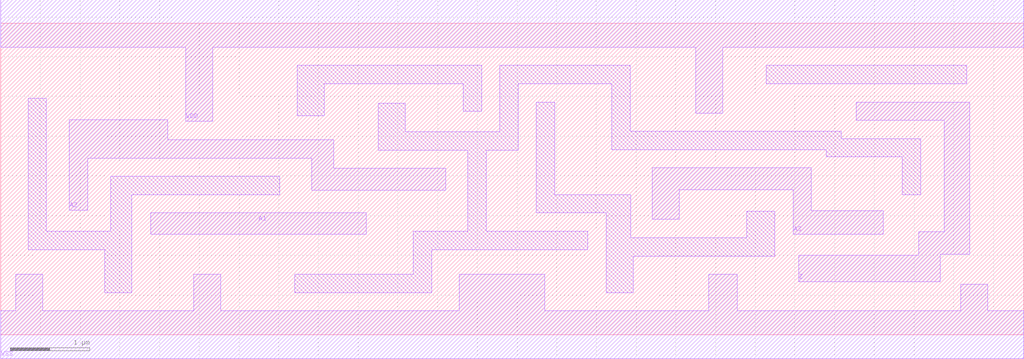
<source format=lef>
# Copyright 2022 GlobalFoundries PDK Authors
#
# Licensed under the Apache License, Version 2.0 (the "License");
# you may not use this file except in compliance with the License.
# You may obtain a copy of the License at
#
#      http://www.apache.org/licenses/LICENSE-2.0
#
# Unless required by applicable law or agreed to in writing, software
# distributed under the License is distributed on an "AS IS" BASIS,
# WITHOUT WARRANTIES OR CONDITIONS OF ANY KIND, either express or implied.
# See the License for the specific language governing permissions and
# limitations under the License.

MACRO gf180mcu_fd_sc_mcu7t5v0__xor3_1
  CLASS core ;
  FOREIGN gf180mcu_fd_sc_mcu7t5v0__xor3_1 0.0 0.0 ;
  ORIGIN 0 0 ;
  SYMMETRY X Y ;
  SITE GF018hv5v_mcu_sc7 ;
  SIZE 12.88 BY 3.92 ;
  PIN A1
    DIRECTION INPUT ;
    ANTENNAGATEAREA 0.8945 ;
    PORT
      LAYER Metal1 ;
        POLYGON 1.89 1.265 4.6 1.265 4.6 1.535 1.89 1.535  ;
    END
  END A1
  PIN A2
    DIRECTION INPUT ;
    ANTENNAGATEAREA 0.8945 ;
    PORT
      LAYER Metal1 ;
        POLYGON 0.865 1.57 1.095 1.57 1.095 2.225 3.51 2.225 3.915 2.225 3.915 1.82 5.6 1.82 5.6 2.095 4.195 2.095 4.195 2.455 3.51 2.455 2.1 2.455 2.1 2.71 0.865 2.71  ;
    END
  END A2
  PIN A3
    DIRECTION INPUT ;
    ANTENNAGATEAREA 1.6005 ;
    PORT
      LAYER Metal1 ;
        POLYGON 8.205 1.455 8.545 1.455 8.545 1.825 9.745 1.825 9.975 1.825 9.975 1.265 11.11 1.265 11.11 1.56 10.205 1.56 10.205 2.1 9.745 2.1 8.205 2.1  ;
    END
  END A3
  PIN Z
    DIRECTION OUTPUT ;
    ANTENNADIFFAREA 1.0608 ;
    PORT
      LAYER Metal1 ;
        POLYGON 10.77 2.7 11.585 2.7 11.88 2.7 11.88 1.295 11.56 1.295 11.56 1 10.045 1 10.045 0.67 11.83 0.67 11.83 1.015 12.2 1.015 12.2 2.93 11.585 2.93 10.77 2.93  ;
    END
  END Z
  PIN VDD
    DIRECTION INOUT ;
    USE power ;
    SHAPE ABUTMENT ;
    PORT
      LAYER Metal1 ;
        POLYGON 0 3.62 2.33 3.62 2.33 2.685 2.67 2.685 2.67 3.62 3.51 3.62 6.055 3.62 8.75 3.62 8.75 2.79 9.09 2.79 9.09 3.62 12.16 3.62 12.88 3.62 12.88 4.22 12.16 4.22 6.055 4.22 3.51 4.22 0 4.22  ;
    END
  END VDD
  PIN VSS
    DIRECTION INOUT ;
    USE ground ;
    SHAPE ABUTMENT ;
    PORT
      LAYER Metal1 ;
        POLYGON 0 -0.3 12.88 -0.3 12.88 0.3 12.425 0.3 12.425 0.635 12.085 0.635 12.085 0.3 9.275 0.3 9.275 0.76 8.915 0.76 8.915 0.3 6.85 0.3 6.85 0.76 5.77 0.76 5.77 0.3 2.77 0.3 2.77 0.76 2.43 0.76 2.43 0.3 0.53 0.3 0.53 0.76 0.19 0.76 0.19 0.3 0 0.3  ;
    END
  END VSS
  OBS
      LAYER Metal1 ;
        POLYGON 0.345 1.07 1.31 1.07 1.31 0.53 1.65 0.53 1.65 1.765 3.51 1.765 3.51 1.995 1.385 1.995 1.385 1.305 0.575 1.305 0.575 2.98 0.345 2.98  ;
        POLYGON 3.73 2.755 4.07 2.755 4.07 3.16 5.825 3.16 5.825 2.815 6.055 2.815 6.055 3.39 3.73 3.39  ;
        POLYGON 6.745 1.535 7.625 1.535 7.625 0.53 7.965 0.53 7.965 0.99 9.745 0.99 9.745 1.555 9.395 1.555 9.395 1.22 7.93 1.22 7.93 1.765 6.975 1.765 6.975 2.925 6.745 2.925  ;
        POLYGON 6.11 2.325 6.515 2.325 6.515 3.16 7.695 3.16 7.695 2.33 10.395 2.33 10.395 2.24 11.35 2.24 11.35 1.76 11.585 1.76 11.585 2.47 10.585 2.47 10.585 2.56 7.925 2.56 7.925 3.39 6.285 3.39 6.285 2.555 5.09 2.555 5.09 2.915 4.75 2.915 4.75 2.325 5.88 2.325 5.88 1.305 5.195 1.305 5.195 0.76 3.7 0.76 3.7 0.53 5.425 0.53 5.425 1.07 7.39 1.07 7.39 1.305 6.11 1.305  ;
        POLYGON 9.64 3.16 12.16 3.16 12.16 3.39 9.64 3.39  ;
  END
END gf180mcu_fd_sc_mcu7t5v0__xor3_1

</source>
